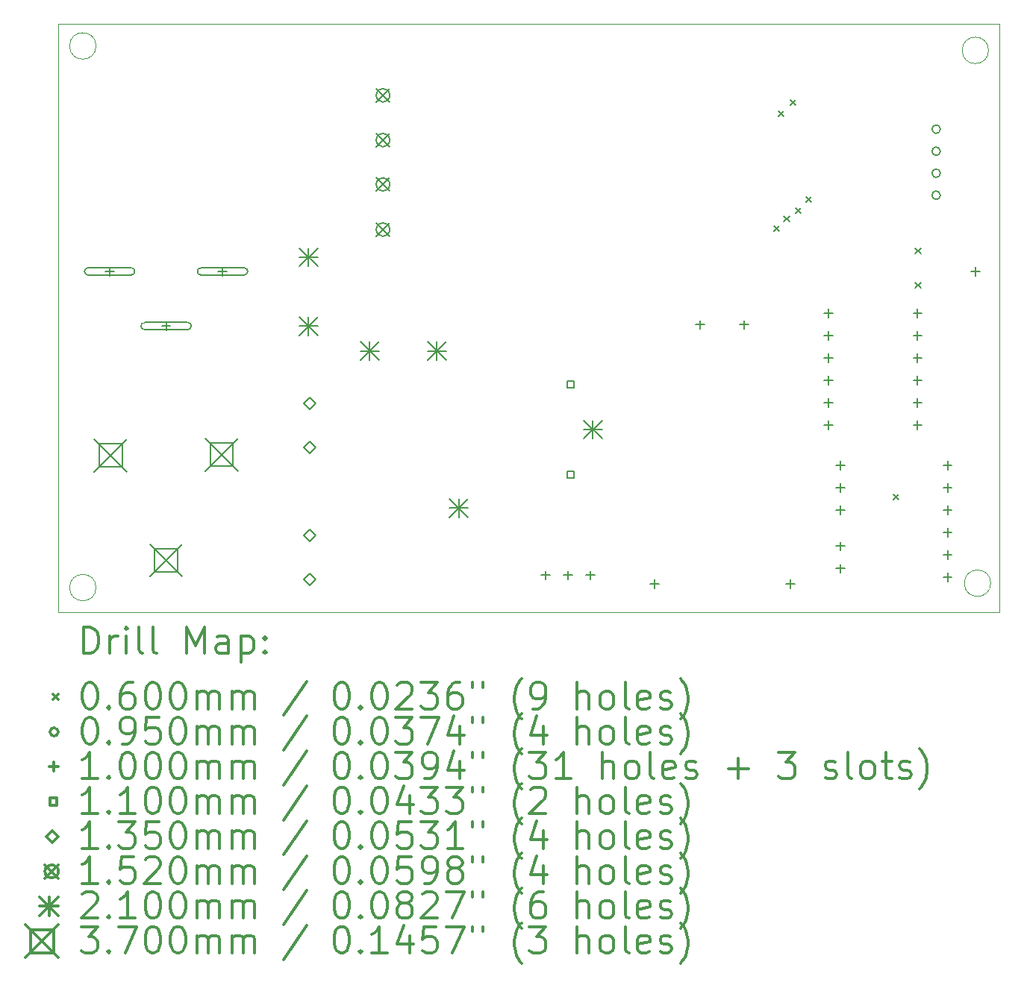
<source format=gbr>
%FSLAX45Y45*%
G04 Gerber Fmt 4.5, Leading zero omitted, Abs format (unit mm)*
G04 Created by KiCad (PCBNEW (5.1.12)-1) date 2022-05-31 10:15:43*
%MOMM*%
%LPD*%
G01*
G04 APERTURE LIST*
%TA.AperFunction,Profile*%
%ADD10C,0.050000*%
%TD*%
%ADD11C,0.200000*%
%ADD12C,0.300000*%
G04 APERTURE END LIST*
D10*
X58025000Y97900000D02*
G75*
G03*
X58025000Y97900000I-150000J0D01*
G01*
X68150000Y97850000D02*
G75*
G03*
X68150000Y97850000I-150000J0D01*
G01*
X68175000Y91800000D02*
G75*
G03*
X68175000Y91800000I-150000J0D01*
G01*
X58025000Y91750000D02*
G75*
G03*
X58025000Y91750000I-150000J0D01*
G01*
X68275000Y91470000D02*
X68275000Y98150000D01*
X57600000Y91470000D02*
X68275000Y91470000D01*
X57600000Y91470000D02*
X57600000Y98150000D01*
X57600000Y98150000D02*
X68275000Y98150000D01*
D11*
X65713500Y95854000D02*
X65773500Y95794000D01*
X65773500Y95854000D02*
X65713500Y95794000D01*
X65770000Y97160000D02*
X65830000Y97100000D01*
X65830000Y97160000D02*
X65770000Y97100000D01*
X65830000Y95970000D02*
X65890000Y95910000D01*
X65890000Y95970000D02*
X65830000Y95910000D01*
X65905000Y97290000D02*
X65965000Y97230000D01*
X65965000Y97290000D02*
X65905000Y97230000D01*
X65960000Y96060000D02*
X66020000Y96000000D01*
X66020000Y96060000D02*
X65960000Y96000000D01*
X66080000Y96190000D02*
X66140000Y96130000D01*
X66140000Y96190000D02*
X66080000Y96130000D01*
X67070000Y92805000D02*
X67130000Y92745000D01*
X67130000Y92805000D02*
X67070000Y92745000D01*
X67320000Y95600000D02*
X67380000Y95540000D01*
X67380000Y95600000D02*
X67320000Y95540000D01*
X67320000Y95215000D02*
X67380000Y95155000D01*
X67380000Y95215000D02*
X67320000Y95155000D01*
X67602500Y96955000D02*
G75*
G03*
X67602500Y96955000I-47500J0D01*
G01*
X67602500Y96705000D02*
G75*
G03*
X67602500Y96705000I-47500J0D01*
G01*
X67602500Y96455000D02*
G75*
G03*
X67602500Y96455000I-47500J0D01*
G01*
X67602500Y96205000D02*
G75*
G03*
X67602500Y96205000I-47500J0D01*
G01*
X58180000Y95390000D02*
X58180000Y95290000D01*
X58130000Y95340000D02*
X58230000Y95340000D01*
X57935000Y95300000D02*
X58425000Y95300000D01*
X57935000Y95380000D02*
X58425000Y95380000D01*
X58425000Y95300000D02*
G75*
G03*
X58425000Y95380000I0J40000D01*
G01*
X57935000Y95380000D02*
G75*
G03*
X57935000Y95300000I0J-40000D01*
G01*
X58820000Y94770000D02*
X58820000Y94670000D01*
X58770000Y94720000D02*
X58870000Y94720000D01*
X58575000Y94680000D02*
X59065000Y94680000D01*
X58575000Y94760000D02*
X59065000Y94760000D01*
X59065000Y94680000D02*
G75*
G03*
X59065000Y94760000I0J40000D01*
G01*
X58575000Y94760000D02*
G75*
G03*
X58575000Y94680000I0J-40000D01*
G01*
X59460000Y95390000D02*
X59460000Y95290000D01*
X59410000Y95340000D02*
X59510000Y95340000D01*
X59215000Y95300000D02*
X59705000Y95300000D01*
X59215000Y95380000D02*
X59705000Y95380000D01*
X59705000Y95300000D02*
G75*
G03*
X59705000Y95380000I0J40000D01*
G01*
X59215000Y95380000D02*
G75*
G03*
X59215000Y95300000I0J-40000D01*
G01*
X63125000Y91940000D02*
X63125000Y91840000D01*
X63075000Y91890000D02*
X63175000Y91890000D01*
X63379000Y91940000D02*
X63379000Y91840000D01*
X63329000Y91890000D02*
X63429000Y91890000D01*
X63633000Y91940000D02*
X63633000Y91840000D01*
X63583000Y91890000D02*
X63683000Y91890000D01*
X64360000Y91845000D02*
X64360000Y91745000D01*
X64310000Y91795000D02*
X64410000Y91795000D01*
X64880000Y94785000D02*
X64880000Y94685000D01*
X64830000Y94735000D02*
X64930000Y94735000D01*
X65380000Y94785000D02*
X65380000Y94685000D01*
X65330000Y94735000D02*
X65430000Y94735000D01*
X65900000Y91845000D02*
X65900000Y91745000D01*
X65850000Y91795000D02*
X65950000Y91795000D01*
X66335000Y94915000D02*
X66335000Y94815000D01*
X66285000Y94865000D02*
X66385000Y94865000D01*
X66335000Y94661000D02*
X66335000Y94561000D01*
X66285000Y94611000D02*
X66385000Y94611000D01*
X66335000Y94407000D02*
X66335000Y94307000D01*
X66285000Y94357000D02*
X66385000Y94357000D01*
X66335000Y94153000D02*
X66335000Y94053000D01*
X66285000Y94103000D02*
X66385000Y94103000D01*
X66335000Y93899000D02*
X66335000Y93799000D01*
X66285000Y93849000D02*
X66385000Y93849000D01*
X66335000Y93645000D02*
X66335000Y93545000D01*
X66285000Y93595000D02*
X66385000Y93595000D01*
X66470000Y93188000D02*
X66470000Y93088000D01*
X66420000Y93138000D02*
X66520000Y93138000D01*
X66470000Y92934000D02*
X66470000Y92834000D01*
X66420000Y92884000D02*
X66520000Y92884000D01*
X66470000Y92680000D02*
X66470000Y92580000D01*
X66420000Y92630000D02*
X66520000Y92630000D01*
X66470000Y92270000D02*
X66470000Y92170000D01*
X66420000Y92220000D02*
X66520000Y92220000D01*
X66470000Y92016000D02*
X66470000Y91916000D01*
X66420000Y91966000D02*
X66520000Y91966000D01*
X67345000Y94915000D02*
X67345000Y94815000D01*
X67295000Y94865000D02*
X67395000Y94865000D01*
X67345000Y94661000D02*
X67345000Y94561000D01*
X67295000Y94611000D02*
X67395000Y94611000D01*
X67345000Y94407000D02*
X67345000Y94307000D01*
X67295000Y94357000D02*
X67395000Y94357000D01*
X67345000Y94153000D02*
X67345000Y94053000D01*
X67295000Y94103000D02*
X67395000Y94103000D01*
X67345000Y93899000D02*
X67345000Y93799000D01*
X67295000Y93849000D02*
X67395000Y93849000D01*
X67345000Y93645000D02*
X67345000Y93545000D01*
X67295000Y93595000D02*
X67395000Y93595000D01*
X67685000Y93190000D02*
X67685000Y93090000D01*
X67635000Y93140000D02*
X67735000Y93140000D01*
X67685000Y92936000D02*
X67685000Y92836000D01*
X67635000Y92886000D02*
X67735000Y92886000D01*
X67685000Y92682000D02*
X67685000Y92582000D01*
X67635000Y92632000D02*
X67735000Y92632000D01*
X67685000Y92428000D02*
X67685000Y92328000D01*
X67635000Y92378000D02*
X67735000Y92378000D01*
X67685000Y92174000D02*
X67685000Y92074000D01*
X67635000Y92124000D02*
X67735000Y92124000D01*
X67685000Y91920000D02*
X67685000Y91820000D01*
X67635000Y91870000D02*
X67735000Y91870000D01*
X68000000Y95390000D02*
X68000000Y95290000D01*
X67950000Y95340000D02*
X68050000Y95340000D01*
X63448891Y94016109D02*
X63448891Y94093891D01*
X63371109Y94093891D01*
X63371109Y94016109D01*
X63448891Y94016109D01*
X63448891Y92996109D02*
X63448891Y93073891D01*
X63371109Y93073891D01*
X63371109Y92996109D01*
X63448891Y92996109D01*
X60450000Y93777500D02*
X60517500Y93845000D01*
X60450000Y93912500D01*
X60382500Y93845000D01*
X60450000Y93777500D01*
X60450000Y93277500D02*
X60517500Y93345000D01*
X60450000Y93412500D01*
X60382500Y93345000D01*
X60450000Y93277500D01*
X60450000Y92277500D02*
X60517500Y92345000D01*
X60450000Y92412500D01*
X60382500Y92345000D01*
X60450000Y92277500D01*
X60450000Y91777500D02*
X60517500Y91845000D01*
X60450000Y91912500D01*
X60382500Y91845000D01*
X60450000Y91777500D01*
X61204000Y97416000D02*
X61356000Y97264000D01*
X61356000Y97416000D02*
X61204000Y97264000D01*
X61356000Y97340000D02*
G75*
G03*
X61356000Y97340000I-76000J0D01*
G01*
X61204000Y96908000D02*
X61356000Y96756000D01*
X61356000Y96908000D02*
X61204000Y96756000D01*
X61356000Y96832000D02*
G75*
G03*
X61356000Y96832000I-76000J0D01*
G01*
X61204000Y96404000D02*
X61356000Y96252000D01*
X61356000Y96404000D02*
X61204000Y96252000D01*
X61356000Y96328000D02*
G75*
G03*
X61356000Y96328000I-76000J0D01*
G01*
X61204000Y95892000D02*
X61356000Y95740000D01*
X61356000Y95892000D02*
X61204000Y95740000D01*
X61356000Y95816000D02*
G75*
G03*
X61356000Y95816000I-76000J0D01*
G01*
X60330000Y95605000D02*
X60540000Y95395000D01*
X60540000Y95605000D02*
X60330000Y95395000D01*
X60435000Y95605000D02*
X60435000Y95395000D01*
X60330000Y95500000D02*
X60540000Y95500000D01*
X60330000Y94825000D02*
X60540000Y94615000D01*
X60540000Y94825000D02*
X60330000Y94615000D01*
X60435000Y94825000D02*
X60435000Y94615000D01*
X60330000Y94720000D02*
X60540000Y94720000D01*
X61025000Y94540000D02*
X61235000Y94330000D01*
X61235000Y94540000D02*
X61025000Y94330000D01*
X61130000Y94540000D02*
X61130000Y94330000D01*
X61025000Y94435000D02*
X61235000Y94435000D01*
X61785000Y94540000D02*
X61995000Y94330000D01*
X61995000Y94540000D02*
X61785000Y94330000D01*
X61890000Y94540000D02*
X61890000Y94330000D01*
X61785000Y94435000D02*
X61995000Y94435000D01*
X62035000Y92760000D02*
X62245000Y92550000D01*
X62245000Y92760000D02*
X62035000Y92550000D01*
X62140000Y92760000D02*
X62140000Y92550000D01*
X62035000Y92655000D02*
X62245000Y92655000D01*
X63555000Y93650000D02*
X63765000Y93440000D01*
X63765000Y93650000D02*
X63555000Y93440000D01*
X63660000Y93650000D02*
X63660000Y93440000D01*
X63555000Y93545000D02*
X63765000Y93545000D01*
X58005000Y93435000D02*
X58375000Y93065000D01*
X58375000Y93435000D02*
X58005000Y93065000D01*
X58320816Y93119184D02*
X58320816Y93380816D01*
X58059184Y93380816D01*
X58059184Y93119184D01*
X58320816Y93119184D01*
X58635000Y92245000D02*
X59005000Y91875000D01*
X59005000Y92245000D02*
X58635000Y91875000D01*
X58950816Y91929184D02*
X58950816Y92190816D01*
X58689184Y92190816D01*
X58689184Y91929184D01*
X58950816Y91929184D01*
X59265000Y93445000D02*
X59635000Y93075000D01*
X59635000Y93445000D02*
X59265000Y93075000D01*
X59580816Y93129184D02*
X59580816Y93390816D01*
X59319184Y93390816D01*
X59319184Y93129184D01*
X59580816Y93129184D01*
D12*
X57883928Y91001786D02*
X57883928Y91301786D01*
X57955357Y91301786D01*
X57998214Y91287500D01*
X58026786Y91258928D01*
X58041071Y91230357D01*
X58055357Y91173214D01*
X58055357Y91130357D01*
X58041071Y91073214D01*
X58026786Y91044643D01*
X57998214Y91016071D01*
X57955357Y91001786D01*
X57883928Y91001786D01*
X58183928Y91001786D02*
X58183928Y91201786D01*
X58183928Y91144643D02*
X58198214Y91173214D01*
X58212500Y91187500D01*
X58241071Y91201786D01*
X58269643Y91201786D01*
X58369643Y91001786D02*
X58369643Y91201786D01*
X58369643Y91301786D02*
X58355357Y91287500D01*
X58369643Y91273214D01*
X58383928Y91287500D01*
X58369643Y91301786D01*
X58369643Y91273214D01*
X58555357Y91001786D02*
X58526786Y91016071D01*
X58512500Y91044643D01*
X58512500Y91301786D01*
X58712500Y91001786D02*
X58683928Y91016071D01*
X58669643Y91044643D01*
X58669643Y91301786D01*
X59055357Y91001786D02*
X59055357Y91301786D01*
X59155357Y91087500D01*
X59255357Y91301786D01*
X59255357Y91001786D01*
X59526786Y91001786D02*
X59526786Y91158928D01*
X59512500Y91187500D01*
X59483928Y91201786D01*
X59426786Y91201786D01*
X59398214Y91187500D01*
X59526786Y91016071D02*
X59498214Y91001786D01*
X59426786Y91001786D01*
X59398214Y91016071D01*
X59383928Y91044643D01*
X59383928Y91073214D01*
X59398214Y91101786D01*
X59426786Y91116071D01*
X59498214Y91116071D01*
X59526786Y91130357D01*
X59669643Y91201786D02*
X59669643Y90901786D01*
X59669643Y91187500D02*
X59698214Y91201786D01*
X59755357Y91201786D01*
X59783928Y91187500D01*
X59798214Y91173214D01*
X59812500Y91144643D01*
X59812500Y91058928D01*
X59798214Y91030357D01*
X59783928Y91016071D01*
X59755357Y91001786D01*
X59698214Y91001786D01*
X59669643Y91016071D01*
X59941071Y91030357D02*
X59955357Y91016071D01*
X59941071Y91001786D01*
X59926786Y91016071D01*
X59941071Y91030357D01*
X59941071Y91001786D01*
X59941071Y91187500D02*
X59955357Y91173214D01*
X59941071Y91158928D01*
X59926786Y91173214D01*
X59941071Y91187500D01*
X59941071Y91158928D01*
X57537500Y90537500D02*
X57597500Y90477500D01*
X57597500Y90537500D02*
X57537500Y90477500D01*
X57941071Y90671786D02*
X57969643Y90671786D01*
X57998214Y90657500D01*
X58012500Y90643214D01*
X58026786Y90614643D01*
X58041071Y90557500D01*
X58041071Y90486071D01*
X58026786Y90428928D01*
X58012500Y90400357D01*
X57998214Y90386071D01*
X57969643Y90371786D01*
X57941071Y90371786D01*
X57912500Y90386071D01*
X57898214Y90400357D01*
X57883928Y90428928D01*
X57869643Y90486071D01*
X57869643Y90557500D01*
X57883928Y90614643D01*
X57898214Y90643214D01*
X57912500Y90657500D01*
X57941071Y90671786D01*
X58169643Y90400357D02*
X58183928Y90386071D01*
X58169643Y90371786D01*
X58155357Y90386071D01*
X58169643Y90400357D01*
X58169643Y90371786D01*
X58441071Y90671786D02*
X58383928Y90671786D01*
X58355357Y90657500D01*
X58341071Y90643214D01*
X58312500Y90600357D01*
X58298214Y90543214D01*
X58298214Y90428928D01*
X58312500Y90400357D01*
X58326786Y90386071D01*
X58355357Y90371786D01*
X58412500Y90371786D01*
X58441071Y90386071D01*
X58455357Y90400357D01*
X58469643Y90428928D01*
X58469643Y90500357D01*
X58455357Y90528928D01*
X58441071Y90543214D01*
X58412500Y90557500D01*
X58355357Y90557500D01*
X58326786Y90543214D01*
X58312500Y90528928D01*
X58298214Y90500357D01*
X58655357Y90671786D02*
X58683928Y90671786D01*
X58712500Y90657500D01*
X58726786Y90643214D01*
X58741071Y90614643D01*
X58755357Y90557500D01*
X58755357Y90486071D01*
X58741071Y90428928D01*
X58726786Y90400357D01*
X58712500Y90386071D01*
X58683928Y90371786D01*
X58655357Y90371786D01*
X58626786Y90386071D01*
X58612500Y90400357D01*
X58598214Y90428928D01*
X58583928Y90486071D01*
X58583928Y90557500D01*
X58598214Y90614643D01*
X58612500Y90643214D01*
X58626786Y90657500D01*
X58655357Y90671786D01*
X58941071Y90671786D02*
X58969643Y90671786D01*
X58998214Y90657500D01*
X59012500Y90643214D01*
X59026786Y90614643D01*
X59041071Y90557500D01*
X59041071Y90486071D01*
X59026786Y90428928D01*
X59012500Y90400357D01*
X58998214Y90386071D01*
X58969643Y90371786D01*
X58941071Y90371786D01*
X58912500Y90386071D01*
X58898214Y90400357D01*
X58883928Y90428928D01*
X58869643Y90486071D01*
X58869643Y90557500D01*
X58883928Y90614643D01*
X58898214Y90643214D01*
X58912500Y90657500D01*
X58941071Y90671786D01*
X59169643Y90371786D02*
X59169643Y90571786D01*
X59169643Y90543214D02*
X59183928Y90557500D01*
X59212500Y90571786D01*
X59255357Y90571786D01*
X59283928Y90557500D01*
X59298214Y90528928D01*
X59298214Y90371786D01*
X59298214Y90528928D02*
X59312500Y90557500D01*
X59341071Y90571786D01*
X59383928Y90571786D01*
X59412500Y90557500D01*
X59426786Y90528928D01*
X59426786Y90371786D01*
X59569643Y90371786D02*
X59569643Y90571786D01*
X59569643Y90543214D02*
X59583928Y90557500D01*
X59612500Y90571786D01*
X59655357Y90571786D01*
X59683928Y90557500D01*
X59698214Y90528928D01*
X59698214Y90371786D01*
X59698214Y90528928D02*
X59712500Y90557500D01*
X59741071Y90571786D01*
X59783928Y90571786D01*
X59812500Y90557500D01*
X59826786Y90528928D01*
X59826786Y90371786D01*
X60412500Y90686071D02*
X60155357Y90300357D01*
X60798214Y90671786D02*
X60826786Y90671786D01*
X60855357Y90657500D01*
X60869643Y90643214D01*
X60883928Y90614643D01*
X60898214Y90557500D01*
X60898214Y90486071D01*
X60883928Y90428928D01*
X60869643Y90400357D01*
X60855357Y90386071D01*
X60826786Y90371786D01*
X60798214Y90371786D01*
X60769643Y90386071D01*
X60755357Y90400357D01*
X60741071Y90428928D01*
X60726786Y90486071D01*
X60726786Y90557500D01*
X60741071Y90614643D01*
X60755357Y90643214D01*
X60769643Y90657500D01*
X60798214Y90671786D01*
X61026786Y90400357D02*
X61041071Y90386071D01*
X61026786Y90371786D01*
X61012500Y90386071D01*
X61026786Y90400357D01*
X61026786Y90371786D01*
X61226786Y90671786D02*
X61255357Y90671786D01*
X61283928Y90657500D01*
X61298214Y90643214D01*
X61312500Y90614643D01*
X61326786Y90557500D01*
X61326786Y90486071D01*
X61312500Y90428928D01*
X61298214Y90400357D01*
X61283928Y90386071D01*
X61255357Y90371786D01*
X61226786Y90371786D01*
X61198214Y90386071D01*
X61183928Y90400357D01*
X61169643Y90428928D01*
X61155357Y90486071D01*
X61155357Y90557500D01*
X61169643Y90614643D01*
X61183928Y90643214D01*
X61198214Y90657500D01*
X61226786Y90671786D01*
X61441071Y90643214D02*
X61455357Y90657500D01*
X61483928Y90671786D01*
X61555357Y90671786D01*
X61583928Y90657500D01*
X61598214Y90643214D01*
X61612500Y90614643D01*
X61612500Y90586071D01*
X61598214Y90543214D01*
X61426786Y90371786D01*
X61612500Y90371786D01*
X61712500Y90671786D02*
X61898214Y90671786D01*
X61798214Y90557500D01*
X61841071Y90557500D01*
X61869643Y90543214D01*
X61883928Y90528928D01*
X61898214Y90500357D01*
X61898214Y90428928D01*
X61883928Y90400357D01*
X61869643Y90386071D01*
X61841071Y90371786D01*
X61755357Y90371786D01*
X61726786Y90386071D01*
X61712500Y90400357D01*
X62155357Y90671786D02*
X62098214Y90671786D01*
X62069643Y90657500D01*
X62055357Y90643214D01*
X62026786Y90600357D01*
X62012500Y90543214D01*
X62012500Y90428928D01*
X62026786Y90400357D01*
X62041071Y90386071D01*
X62069643Y90371786D01*
X62126786Y90371786D01*
X62155357Y90386071D01*
X62169643Y90400357D01*
X62183928Y90428928D01*
X62183928Y90500357D01*
X62169643Y90528928D01*
X62155357Y90543214D01*
X62126786Y90557500D01*
X62069643Y90557500D01*
X62041071Y90543214D01*
X62026786Y90528928D01*
X62012500Y90500357D01*
X62298214Y90671786D02*
X62298214Y90614643D01*
X62412500Y90671786D02*
X62412500Y90614643D01*
X62855357Y90257500D02*
X62841071Y90271786D01*
X62812500Y90314643D01*
X62798214Y90343214D01*
X62783928Y90386071D01*
X62769643Y90457500D01*
X62769643Y90514643D01*
X62783928Y90586071D01*
X62798214Y90628928D01*
X62812500Y90657500D01*
X62841071Y90700357D01*
X62855357Y90714643D01*
X62983928Y90371786D02*
X63041071Y90371786D01*
X63069643Y90386071D01*
X63083928Y90400357D01*
X63112500Y90443214D01*
X63126786Y90500357D01*
X63126786Y90614643D01*
X63112500Y90643214D01*
X63098214Y90657500D01*
X63069643Y90671786D01*
X63012500Y90671786D01*
X62983928Y90657500D01*
X62969643Y90643214D01*
X62955357Y90614643D01*
X62955357Y90543214D01*
X62969643Y90514643D01*
X62983928Y90500357D01*
X63012500Y90486071D01*
X63069643Y90486071D01*
X63098214Y90500357D01*
X63112500Y90514643D01*
X63126786Y90543214D01*
X63483928Y90371786D02*
X63483928Y90671786D01*
X63612500Y90371786D02*
X63612500Y90528928D01*
X63598214Y90557500D01*
X63569643Y90571786D01*
X63526786Y90571786D01*
X63498214Y90557500D01*
X63483928Y90543214D01*
X63798214Y90371786D02*
X63769643Y90386071D01*
X63755357Y90400357D01*
X63741071Y90428928D01*
X63741071Y90514643D01*
X63755357Y90543214D01*
X63769643Y90557500D01*
X63798214Y90571786D01*
X63841071Y90571786D01*
X63869643Y90557500D01*
X63883928Y90543214D01*
X63898214Y90514643D01*
X63898214Y90428928D01*
X63883928Y90400357D01*
X63869643Y90386071D01*
X63841071Y90371786D01*
X63798214Y90371786D01*
X64069643Y90371786D02*
X64041071Y90386071D01*
X64026786Y90414643D01*
X64026786Y90671786D01*
X64298214Y90386071D02*
X64269643Y90371786D01*
X64212500Y90371786D01*
X64183928Y90386071D01*
X64169643Y90414643D01*
X64169643Y90528928D01*
X64183928Y90557500D01*
X64212500Y90571786D01*
X64269643Y90571786D01*
X64298214Y90557500D01*
X64312500Y90528928D01*
X64312500Y90500357D01*
X64169643Y90471786D01*
X64426786Y90386071D02*
X64455357Y90371786D01*
X64512500Y90371786D01*
X64541071Y90386071D01*
X64555357Y90414643D01*
X64555357Y90428928D01*
X64541071Y90457500D01*
X64512500Y90471786D01*
X64469643Y90471786D01*
X64441071Y90486071D01*
X64426786Y90514643D01*
X64426786Y90528928D01*
X64441071Y90557500D01*
X64469643Y90571786D01*
X64512500Y90571786D01*
X64541071Y90557500D01*
X64655357Y90257500D02*
X64669643Y90271786D01*
X64698214Y90314643D01*
X64712500Y90343214D01*
X64726786Y90386071D01*
X64741071Y90457500D01*
X64741071Y90514643D01*
X64726786Y90586071D01*
X64712500Y90628928D01*
X64698214Y90657500D01*
X64669643Y90700357D01*
X64655357Y90714643D01*
X57597500Y90111500D02*
G75*
G03*
X57597500Y90111500I-47500J0D01*
G01*
X57941071Y90275786D02*
X57969643Y90275786D01*
X57998214Y90261500D01*
X58012500Y90247214D01*
X58026786Y90218643D01*
X58041071Y90161500D01*
X58041071Y90090071D01*
X58026786Y90032928D01*
X58012500Y90004357D01*
X57998214Y89990071D01*
X57969643Y89975786D01*
X57941071Y89975786D01*
X57912500Y89990071D01*
X57898214Y90004357D01*
X57883928Y90032928D01*
X57869643Y90090071D01*
X57869643Y90161500D01*
X57883928Y90218643D01*
X57898214Y90247214D01*
X57912500Y90261500D01*
X57941071Y90275786D01*
X58169643Y90004357D02*
X58183928Y89990071D01*
X58169643Y89975786D01*
X58155357Y89990071D01*
X58169643Y90004357D01*
X58169643Y89975786D01*
X58326786Y89975786D02*
X58383928Y89975786D01*
X58412500Y89990071D01*
X58426786Y90004357D01*
X58455357Y90047214D01*
X58469643Y90104357D01*
X58469643Y90218643D01*
X58455357Y90247214D01*
X58441071Y90261500D01*
X58412500Y90275786D01*
X58355357Y90275786D01*
X58326786Y90261500D01*
X58312500Y90247214D01*
X58298214Y90218643D01*
X58298214Y90147214D01*
X58312500Y90118643D01*
X58326786Y90104357D01*
X58355357Y90090071D01*
X58412500Y90090071D01*
X58441071Y90104357D01*
X58455357Y90118643D01*
X58469643Y90147214D01*
X58741071Y90275786D02*
X58598214Y90275786D01*
X58583928Y90132928D01*
X58598214Y90147214D01*
X58626786Y90161500D01*
X58698214Y90161500D01*
X58726786Y90147214D01*
X58741071Y90132928D01*
X58755357Y90104357D01*
X58755357Y90032928D01*
X58741071Y90004357D01*
X58726786Y89990071D01*
X58698214Y89975786D01*
X58626786Y89975786D01*
X58598214Y89990071D01*
X58583928Y90004357D01*
X58941071Y90275786D02*
X58969643Y90275786D01*
X58998214Y90261500D01*
X59012500Y90247214D01*
X59026786Y90218643D01*
X59041071Y90161500D01*
X59041071Y90090071D01*
X59026786Y90032928D01*
X59012500Y90004357D01*
X58998214Y89990071D01*
X58969643Y89975786D01*
X58941071Y89975786D01*
X58912500Y89990071D01*
X58898214Y90004357D01*
X58883928Y90032928D01*
X58869643Y90090071D01*
X58869643Y90161500D01*
X58883928Y90218643D01*
X58898214Y90247214D01*
X58912500Y90261500D01*
X58941071Y90275786D01*
X59169643Y89975786D02*
X59169643Y90175786D01*
X59169643Y90147214D02*
X59183928Y90161500D01*
X59212500Y90175786D01*
X59255357Y90175786D01*
X59283928Y90161500D01*
X59298214Y90132928D01*
X59298214Y89975786D01*
X59298214Y90132928D02*
X59312500Y90161500D01*
X59341071Y90175786D01*
X59383928Y90175786D01*
X59412500Y90161500D01*
X59426786Y90132928D01*
X59426786Y89975786D01*
X59569643Y89975786D02*
X59569643Y90175786D01*
X59569643Y90147214D02*
X59583928Y90161500D01*
X59612500Y90175786D01*
X59655357Y90175786D01*
X59683928Y90161500D01*
X59698214Y90132928D01*
X59698214Y89975786D01*
X59698214Y90132928D02*
X59712500Y90161500D01*
X59741071Y90175786D01*
X59783928Y90175786D01*
X59812500Y90161500D01*
X59826786Y90132928D01*
X59826786Y89975786D01*
X60412500Y90290071D02*
X60155357Y89904357D01*
X60798214Y90275786D02*
X60826786Y90275786D01*
X60855357Y90261500D01*
X60869643Y90247214D01*
X60883928Y90218643D01*
X60898214Y90161500D01*
X60898214Y90090071D01*
X60883928Y90032928D01*
X60869643Y90004357D01*
X60855357Y89990071D01*
X60826786Y89975786D01*
X60798214Y89975786D01*
X60769643Y89990071D01*
X60755357Y90004357D01*
X60741071Y90032928D01*
X60726786Y90090071D01*
X60726786Y90161500D01*
X60741071Y90218643D01*
X60755357Y90247214D01*
X60769643Y90261500D01*
X60798214Y90275786D01*
X61026786Y90004357D02*
X61041071Y89990071D01*
X61026786Y89975786D01*
X61012500Y89990071D01*
X61026786Y90004357D01*
X61026786Y89975786D01*
X61226786Y90275786D02*
X61255357Y90275786D01*
X61283928Y90261500D01*
X61298214Y90247214D01*
X61312500Y90218643D01*
X61326786Y90161500D01*
X61326786Y90090071D01*
X61312500Y90032928D01*
X61298214Y90004357D01*
X61283928Y89990071D01*
X61255357Y89975786D01*
X61226786Y89975786D01*
X61198214Y89990071D01*
X61183928Y90004357D01*
X61169643Y90032928D01*
X61155357Y90090071D01*
X61155357Y90161500D01*
X61169643Y90218643D01*
X61183928Y90247214D01*
X61198214Y90261500D01*
X61226786Y90275786D01*
X61426786Y90275786D02*
X61612500Y90275786D01*
X61512500Y90161500D01*
X61555357Y90161500D01*
X61583928Y90147214D01*
X61598214Y90132928D01*
X61612500Y90104357D01*
X61612500Y90032928D01*
X61598214Y90004357D01*
X61583928Y89990071D01*
X61555357Y89975786D01*
X61469643Y89975786D01*
X61441071Y89990071D01*
X61426786Y90004357D01*
X61712500Y90275786D02*
X61912500Y90275786D01*
X61783928Y89975786D01*
X62155357Y90175786D02*
X62155357Y89975786D01*
X62083928Y90290071D02*
X62012500Y90075786D01*
X62198214Y90075786D01*
X62298214Y90275786D02*
X62298214Y90218643D01*
X62412500Y90275786D02*
X62412500Y90218643D01*
X62855357Y89861500D02*
X62841071Y89875786D01*
X62812500Y89918643D01*
X62798214Y89947214D01*
X62783928Y89990071D01*
X62769643Y90061500D01*
X62769643Y90118643D01*
X62783928Y90190071D01*
X62798214Y90232928D01*
X62812500Y90261500D01*
X62841071Y90304357D01*
X62855357Y90318643D01*
X63098214Y90175786D02*
X63098214Y89975786D01*
X63026786Y90290071D02*
X62955357Y90075786D01*
X63141071Y90075786D01*
X63483928Y89975786D02*
X63483928Y90275786D01*
X63612500Y89975786D02*
X63612500Y90132928D01*
X63598214Y90161500D01*
X63569643Y90175786D01*
X63526786Y90175786D01*
X63498214Y90161500D01*
X63483928Y90147214D01*
X63798214Y89975786D02*
X63769643Y89990071D01*
X63755357Y90004357D01*
X63741071Y90032928D01*
X63741071Y90118643D01*
X63755357Y90147214D01*
X63769643Y90161500D01*
X63798214Y90175786D01*
X63841071Y90175786D01*
X63869643Y90161500D01*
X63883928Y90147214D01*
X63898214Y90118643D01*
X63898214Y90032928D01*
X63883928Y90004357D01*
X63869643Y89990071D01*
X63841071Y89975786D01*
X63798214Y89975786D01*
X64069643Y89975786D02*
X64041071Y89990071D01*
X64026786Y90018643D01*
X64026786Y90275786D01*
X64298214Y89990071D02*
X64269643Y89975786D01*
X64212500Y89975786D01*
X64183928Y89990071D01*
X64169643Y90018643D01*
X64169643Y90132928D01*
X64183928Y90161500D01*
X64212500Y90175786D01*
X64269643Y90175786D01*
X64298214Y90161500D01*
X64312500Y90132928D01*
X64312500Y90104357D01*
X64169643Y90075786D01*
X64426786Y89990071D02*
X64455357Y89975786D01*
X64512500Y89975786D01*
X64541071Y89990071D01*
X64555357Y90018643D01*
X64555357Y90032928D01*
X64541071Y90061500D01*
X64512500Y90075786D01*
X64469643Y90075786D01*
X64441071Y90090071D01*
X64426786Y90118643D01*
X64426786Y90132928D01*
X64441071Y90161500D01*
X64469643Y90175786D01*
X64512500Y90175786D01*
X64541071Y90161500D01*
X64655357Y89861500D02*
X64669643Y89875786D01*
X64698214Y89918643D01*
X64712500Y89947214D01*
X64726786Y89990071D01*
X64741071Y90061500D01*
X64741071Y90118643D01*
X64726786Y90190071D01*
X64712500Y90232928D01*
X64698214Y90261500D01*
X64669643Y90304357D01*
X64655357Y90318643D01*
X57547500Y89765500D02*
X57547500Y89665500D01*
X57497500Y89715500D02*
X57597500Y89715500D01*
X58041071Y89579786D02*
X57869643Y89579786D01*
X57955357Y89579786D02*
X57955357Y89879786D01*
X57926786Y89836928D01*
X57898214Y89808357D01*
X57869643Y89794071D01*
X58169643Y89608357D02*
X58183928Y89594071D01*
X58169643Y89579786D01*
X58155357Y89594071D01*
X58169643Y89608357D01*
X58169643Y89579786D01*
X58369643Y89879786D02*
X58398214Y89879786D01*
X58426786Y89865500D01*
X58441071Y89851214D01*
X58455357Y89822643D01*
X58469643Y89765500D01*
X58469643Y89694071D01*
X58455357Y89636928D01*
X58441071Y89608357D01*
X58426786Y89594071D01*
X58398214Y89579786D01*
X58369643Y89579786D01*
X58341071Y89594071D01*
X58326786Y89608357D01*
X58312500Y89636928D01*
X58298214Y89694071D01*
X58298214Y89765500D01*
X58312500Y89822643D01*
X58326786Y89851214D01*
X58341071Y89865500D01*
X58369643Y89879786D01*
X58655357Y89879786D02*
X58683928Y89879786D01*
X58712500Y89865500D01*
X58726786Y89851214D01*
X58741071Y89822643D01*
X58755357Y89765500D01*
X58755357Y89694071D01*
X58741071Y89636928D01*
X58726786Y89608357D01*
X58712500Y89594071D01*
X58683928Y89579786D01*
X58655357Y89579786D01*
X58626786Y89594071D01*
X58612500Y89608357D01*
X58598214Y89636928D01*
X58583928Y89694071D01*
X58583928Y89765500D01*
X58598214Y89822643D01*
X58612500Y89851214D01*
X58626786Y89865500D01*
X58655357Y89879786D01*
X58941071Y89879786D02*
X58969643Y89879786D01*
X58998214Y89865500D01*
X59012500Y89851214D01*
X59026786Y89822643D01*
X59041071Y89765500D01*
X59041071Y89694071D01*
X59026786Y89636928D01*
X59012500Y89608357D01*
X58998214Y89594071D01*
X58969643Y89579786D01*
X58941071Y89579786D01*
X58912500Y89594071D01*
X58898214Y89608357D01*
X58883928Y89636928D01*
X58869643Y89694071D01*
X58869643Y89765500D01*
X58883928Y89822643D01*
X58898214Y89851214D01*
X58912500Y89865500D01*
X58941071Y89879786D01*
X59169643Y89579786D02*
X59169643Y89779786D01*
X59169643Y89751214D02*
X59183928Y89765500D01*
X59212500Y89779786D01*
X59255357Y89779786D01*
X59283928Y89765500D01*
X59298214Y89736928D01*
X59298214Y89579786D01*
X59298214Y89736928D02*
X59312500Y89765500D01*
X59341071Y89779786D01*
X59383928Y89779786D01*
X59412500Y89765500D01*
X59426786Y89736928D01*
X59426786Y89579786D01*
X59569643Y89579786D02*
X59569643Y89779786D01*
X59569643Y89751214D02*
X59583928Y89765500D01*
X59612500Y89779786D01*
X59655357Y89779786D01*
X59683928Y89765500D01*
X59698214Y89736928D01*
X59698214Y89579786D01*
X59698214Y89736928D02*
X59712500Y89765500D01*
X59741071Y89779786D01*
X59783928Y89779786D01*
X59812500Y89765500D01*
X59826786Y89736928D01*
X59826786Y89579786D01*
X60412500Y89894071D02*
X60155357Y89508357D01*
X60798214Y89879786D02*
X60826786Y89879786D01*
X60855357Y89865500D01*
X60869643Y89851214D01*
X60883928Y89822643D01*
X60898214Y89765500D01*
X60898214Y89694071D01*
X60883928Y89636928D01*
X60869643Y89608357D01*
X60855357Y89594071D01*
X60826786Y89579786D01*
X60798214Y89579786D01*
X60769643Y89594071D01*
X60755357Y89608357D01*
X60741071Y89636928D01*
X60726786Y89694071D01*
X60726786Y89765500D01*
X60741071Y89822643D01*
X60755357Y89851214D01*
X60769643Y89865500D01*
X60798214Y89879786D01*
X61026786Y89608357D02*
X61041071Y89594071D01*
X61026786Y89579786D01*
X61012500Y89594071D01*
X61026786Y89608357D01*
X61026786Y89579786D01*
X61226786Y89879786D02*
X61255357Y89879786D01*
X61283928Y89865500D01*
X61298214Y89851214D01*
X61312500Y89822643D01*
X61326786Y89765500D01*
X61326786Y89694071D01*
X61312500Y89636928D01*
X61298214Y89608357D01*
X61283928Y89594071D01*
X61255357Y89579786D01*
X61226786Y89579786D01*
X61198214Y89594071D01*
X61183928Y89608357D01*
X61169643Y89636928D01*
X61155357Y89694071D01*
X61155357Y89765500D01*
X61169643Y89822643D01*
X61183928Y89851214D01*
X61198214Y89865500D01*
X61226786Y89879786D01*
X61426786Y89879786D02*
X61612500Y89879786D01*
X61512500Y89765500D01*
X61555357Y89765500D01*
X61583928Y89751214D01*
X61598214Y89736928D01*
X61612500Y89708357D01*
X61612500Y89636928D01*
X61598214Y89608357D01*
X61583928Y89594071D01*
X61555357Y89579786D01*
X61469643Y89579786D01*
X61441071Y89594071D01*
X61426786Y89608357D01*
X61755357Y89579786D02*
X61812500Y89579786D01*
X61841071Y89594071D01*
X61855357Y89608357D01*
X61883928Y89651214D01*
X61898214Y89708357D01*
X61898214Y89822643D01*
X61883928Y89851214D01*
X61869643Y89865500D01*
X61841071Y89879786D01*
X61783928Y89879786D01*
X61755357Y89865500D01*
X61741071Y89851214D01*
X61726786Y89822643D01*
X61726786Y89751214D01*
X61741071Y89722643D01*
X61755357Y89708357D01*
X61783928Y89694071D01*
X61841071Y89694071D01*
X61869643Y89708357D01*
X61883928Y89722643D01*
X61898214Y89751214D01*
X62155357Y89779786D02*
X62155357Y89579786D01*
X62083928Y89894071D02*
X62012500Y89679786D01*
X62198214Y89679786D01*
X62298214Y89879786D02*
X62298214Y89822643D01*
X62412500Y89879786D02*
X62412500Y89822643D01*
X62855357Y89465500D02*
X62841071Y89479786D01*
X62812500Y89522643D01*
X62798214Y89551214D01*
X62783928Y89594071D01*
X62769643Y89665500D01*
X62769643Y89722643D01*
X62783928Y89794071D01*
X62798214Y89836928D01*
X62812500Y89865500D01*
X62841071Y89908357D01*
X62855357Y89922643D01*
X62941071Y89879786D02*
X63126786Y89879786D01*
X63026786Y89765500D01*
X63069643Y89765500D01*
X63098214Y89751214D01*
X63112500Y89736928D01*
X63126786Y89708357D01*
X63126786Y89636928D01*
X63112500Y89608357D01*
X63098214Y89594071D01*
X63069643Y89579786D01*
X62983928Y89579786D01*
X62955357Y89594071D01*
X62941071Y89608357D01*
X63412500Y89579786D02*
X63241071Y89579786D01*
X63326786Y89579786D02*
X63326786Y89879786D01*
X63298214Y89836928D01*
X63269643Y89808357D01*
X63241071Y89794071D01*
X63769643Y89579786D02*
X63769643Y89879786D01*
X63898214Y89579786D02*
X63898214Y89736928D01*
X63883928Y89765500D01*
X63855357Y89779786D01*
X63812500Y89779786D01*
X63783928Y89765500D01*
X63769643Y89751214D01*
X64083928Y89579786D02*
X64055357Y89594071D01*
X64041071Y89608357D01*
X64026786Y89636928D01*
X64026786Y89722643D01*
X64041071Y89751214D01*
X64055357Y89765500D01*
X64083928Y89779786D01*
X64126786Y89779786D01*
X64155357Y89765500D01*
X64169643Y89751214D01*
X64183928Y89722643D01*
X64183928Y89636928D01*
X64169643Y89608357D01*
X64155357Y89594071D01*
X64126786Y89579786D01*
X64083928Y89579786D01*
X64355357Y89579786D02*
X64326786Y89594071D01*
X64312500Y89622643D01*
X64312500Y89879786D01*
X64583928Y89594071D02*
X64555357Y89579786D01*
X64498214Y89579786D01*
X64469643Y89594071D01*
X64455357Y89622643D01*
X64455357Y89736928D01*
X64469643Y89765500D01*
X64498214Y89779786D01*
X64555357Y89779786D01*
X64583928Y89765500D01*
X64598214Y89736928D01*
X64598214Y89708357D01*
X64455357Y89679786D01*
X64712500Y89594071D02*
X64741071Y89579786D01*
X64798214Y89579786D01*
X64826786Y89594071D01*
X64841071Y89622643D01*
X64841071Y89636928D01*
X64826786Y89665500D01*
X64798214Y89679786D01*
X64755357Y89679786D01*
X64726786Y89694071D01*
X64712500Y89722643D01*
X64712500Y89736928D01*
X64726786Y89765500D01*
X64755357Y89779786D01*
X64798214Y89779786D01*
X64826786Y89765500D01*
X65198214Y89694071D02*
X65426786Y89694071D01*
X65312500Y89579786D02*
X65312500Y89808357D01*
X65769643Y89879786D02*
X65955357Y89879786D01*
X65855357Y89765500D01*
X65898214Y89765500D01*
X65926786Y89751214D01*
X65941071Y89736928D01*
X65955357Y89708357D01*
X65955357Y89636928D01*
X65941071Y89608357D01*
X65926786Y89594071D01*
X65898214Y89579786D01*
X65812500Y89579786D01*
X65783928Y89594071D01*
X65769643Y89608357D01*
X66298214Y89594071D02*
X66326786Y89579786D01*
X66383928Y89579786D01*
X66412500Y89594071D01*
X66426786Y89622643D01*
X66426786Y89636928D01*
X66412500Y89665500D01*
X66383928Y89679786D01*
X66341071Y89679786D01*
X66312500Y89694071D01*
X66298214Y89722643D01*
X66298214Y89736928D01*
X66312500Y89765500D01*
X66341071Y89779786D01*
X66383928Y89779786D01*
X66412500Y89765500D01*
X66598214Y89579786D02*
X66569643Y89594071D01*
X66555357Y89622643D01*
X66555357Y89879786D01*
X66755357Y89579786D02*
X66726786Y89594071D01*
X66712500Y89608357D01*
X66698214Y89636928D01*
X66698214Y89722643D01*
X66712500Y89751214D01*
X66726786Y89765500D01*
X66755357Y89779786D01*
X66798214Y89779786D01*
X66826786Y89765500D01*
X66841071Y89751214D01*
X66855357Y89722643D01*
X66855357Y89636928D01*
X66841071Y89608357D01*
X66826786Y89594071D01*
X66798214Y89579786D01*
X66755357Y89579786D01*
X66941071Y89779786D02*
X67055357Y89779786D01*
X66983928Y89879786D02*
X66983928Y89622643D01*
X66998214Y89594071D01*
X67026786Y89579786D01*
X67055357Y89579786D01*
X67141071Y89594071D02*
X67169643Y89579786D01*
X67226786Y89579786D01*
X67255357Y89594071D01*
X67269643Y89622643D01*
X67269643Y89636928D01*
X67255357Y89665500D01*
X67226786Y89679786D01*
X67183928Y89679786D01*
X67155357Y89694071D01*
X67141071Y89722643D01*
X67141071Y89736928D01*
X67155357Y89765500D01*
X67183928Y89779786D01*
X67226786Y89779786D01*
X67255357Y89765500D01*
X67369643Y89465500D02*
X67383928Y89479786D01*
X67412500Y89522643D01*
X67426786Y89551214D01*
X67441071Y89594071D01*
X67455357Y89665500D01*
X67455357Y89722643D01*
X67441071Y89794071D01*
X67426786Y89836928D01*
X67412500Y89865500D01*
X67383928Y89908357D01*
X67369643Y89922643D01*
X57581391Y89280609D02*
X57581391Y89358391D01*
X57503609Y89358391D01*
X57503609Y89280609D01*
X57581391Y89280609D01*
X58041071Y89183786D02*
X57869643Y89183786D01*
X57955357Y89183786D02*
X57955357Y89483786D01*
X57926786Y89440928D01*
X57898214Y89412357D01*
X57869643Y89398071D01*
X58169643Y89212357D02*
X58183928Y89198071D01*
X58169643Y89183786D01*
X58155357Y89198071D01*
X58169643Y89212357D01*
X58169643Y89183786D01*
X58469643Y89183786D02*
X58298214Y89183786D01*
X58383928Y89183786D02*
X58383928Y89483786D01*
X58355357Y89440928D01*
X58326786Y89412357D01*
X58298214Y89398071D01*
X58655357Y89483786D02*
X58683928Y89483786D01*
X58712500Y89469500D01*
X58726786Y89455214D01*
X58741071Y89426643D01*
X58755357Y89369500D01*
X58755357Y89298071D01*
X58741071Y89240928D01*
X58726786Y89212357D01*
X58712500Y89198071D01*
X58683928Y89183786D01*
X58655357Y89183786D01*
X58626786Y89198071D01*
X58612500Y89212357D01*
X58598214Y89240928D01*
X58583928Y89298071D01*
X58583928Y89369500D01*
X58598214Y89426643D01*
X58612500Y89455214D01*
X58626786Y89469500D01*
X58655357Y89483786D01*
X58941071Y89483786D02*
X58969643Y89483786D01*
X58998214Y89469500D01*
X59012500Y89455214D01*
X59026786Y89426643D01*
X59041071Y89369500D01*
X59041071Y89298071D01*
X59026786Y89240928D01*
X59012500Y89212357D01*
X58998214Y89198071D01*
X58969643Y89183786D01*
X58941071Y89183786D01*
X58912500Y89198071D01*
X58898214Y89212357D01*
X58883928Y89240928D01*
X58869643Y89298071D01*
X58869643Y89369500D01*
X58883928Y89426643D01*
X58898214Y89455214D01*
X58912500Y89469500D01*
X58941071Y89483786D01*
X59169643Y89183786D02*
X59169643Y89383786D01*
X59169643Y89355214D02*
X59183928Y89369500D01*
X59212500Y89383786D01*
X59255357Y89383786D01*
X59283928Y89369500D01*
X59298214Y89340928D01*
X59298214Y89183786D01*
X59298214Y89340928D02*
X59312500Y89369500D01*
X59341071Y89383786D01*
X59383928Y89383786D01*
X59412500Y89369500D01*
X59426786Y89340928D01*
X59426786Y89183786D01*
X59569643Y89183786D02*
X59569643Y89383786D01*
X59569643Y89355214D02*
X59583928Y89369500D01*
X59612500Y89383786D01*
X59655357Y89383786D01*
X59683928Y89369500D01*
X59698214Y89340928D01*
X59698214Y89183786D01*
X59698214Y89340928D02*
X59712500Y89369500D01*
X59741071Y89383786D01*
X59783928Y89383786D01*
X59812500Y89369500D01*
X59826786Y89340928D01*
X59826786Y89183786D01*
X60412500Y89498071D02*
X60155357Y89112357D01*
X60798214Y89483786D02*
X60826786Y89483786D01*
X60855357Y89469500D01*
X60869643Y89455214D01*
X60883928Y89426643D01*
X60898214Y89369500D01*
X60898214Y89298071D01*
X60883928Y89240928D01*
X60869643Y89212357D01*
X60855357Y89198071D01*
X60826786Y89183786D01*
X60798214Y89183786D01*
X60769643Y89198071D01*
X60755357Y89212357D01*
X60741071Y89240928D01*
X60726786Y89298071D01*
X60726786Y89369500D01*
X60741071Y89426643D01*
X60755357Y89455214D01*
X60769643Y89469500D01*
X60798214Y89483786D01*
X61026786Y89212357D02*
X61041071Y89198071D01*
X61026786Y89183786D01*
X61012500Y89198071D01*
X61026786Y89212357D01*
X61026786Y89183786D01*
X61226786Y89483786D02*
X61255357Y89483786D01*
X61283928Y89469500D01*
X61298214Y89455214D01*
X61312500Y89426643D01*
X61326786Y89369500D01*
X61326786Y89298071D01*
X61312500Y89240928D01*
X61298214Y89212357D01*
X61283928Y89198071D01*
X61255357Y89183786D01*
X61226786Y89183786D01*
X61198214Y89198071D01*
X61183928Y89212357D01*
X61169643Y89240928D01*
X61155357Y89298071D01*
X61155357Y89369500D01*
X61169643Y89426643D01*
X61183928Y89455214D01*
X61198214Y89469500D01*
X61226786Y89483786D01*
X61583928Y89383786D02*
X61583928Y89183786D01*
X61512500Y89498071D02*
X61441071Y89283786D01*
X61626786Y89283786D01*
X61712500Y89483786D02*
X61898214Y89483786D01*
X61798214Y89369500D01*
X61841071Y89369500D01*
X61869643Y89355214D01*
X61883928Y89340928D01*
X61898214Y89312357D01*
X61898214Y89240928D01*
X61883928Y89212357D01*
X61869643Y89198071D01*
X61841071Y89183786D01*
X61755357Y89183786D01*
X61726786Y89198071D01*
X61712500Y89212357D01*
X61998214Y89483786D02*
X62183928Y89483786D01*
X62083928Y89369500D01*
X62126786Y89369500D01*
X62155357Y89355214D01*
X62169643Y89340928D01*
X62183928Y89312357D01*
X62183928Y89240928D01*
X62169643Y89212357D01*
X62155357Y89198071D01*
X62126786Y89183786D01*
X62041071Y89183786D01*
X62012500Y89198071D01*
X61998214Y89212357D01*
X62298214Y89483786D02*
X62298214Y89426643D01*
X62412500Y89483786D02*
X62412500Y89426643D01*
X62855357Y89069500D02*
X62841071Y89083786D01*
X62812500Y89126643D01*
X62798214Y89155214D01*
X62783928Y89198071D01*
X62769643Y89269500D01*
X62769643Y89326643D01*
X62783928Y89398071D01*
X62798214Y89440928D01*
X62812500Y89469500D01*
X62841071Y89512357D01*
X62855357Y89526643D01*
X62955357Y89455214D02*
X62969643Y89469500D01*
X62998214Y89483786D01*
X63069643Y89483786D01*
X63098214Y89469500D01*
X63112500Y89455214D01*
X63126786Y89426643D01*
X63126786Y89398071D01*
X63112500Y89355214D01*
X62941071Y89183786D01*
X63126786Y89183786D01*
X63483928Y89183786D02*
X63483928Y89483786D01*
X63612500Y89183786D02*
X63612500Y89340928D01*
X63598214Y89369500D01*
X63569643Y89383786D01*
X63526786Y89383786D01*
X63498214Y89369500D01*
X63483928Y89355214D01*
X63798214Y89183786D02*
X63769643Y89198071D01*
X63755357Y89212357D01*
X63741071Y89240928D01*
X63741071Y89326643D01*
X63755357Y89355214D01*
X63769643Y89369500D01*
X63798214Y89383786D01*
X63841071Y89383786D01*
X63869643Y89369500D01*
X63883928Y89355214D01*
X63898214Y89326643D01*
X63898214Y89240928D01*
X63883928Y89212357D01*
X63869643Y89198071D01*
X63841071Y89183786D01*
X63798214Y89183786D01*
X64069643Y89183786D02*
X64041071Y89198071D01*
X64026786Y89226643D01*
X64026786Y89483786D01*
X64298214Y89198071D02*
X64269643Y89183786D01*
X64212500Y89183786D01*
X64183928Y89198071D01*
X64169643Y89226643D01*
X64169643Y89340928D01*
X64183928Y89369500D01*
X64212500Y89383786D01*
X64269643Y89383786D01*
X64298214Y89369500D01*
X64312500Y89340928D01*
X64312500Y89312357D01*
X64169643Y89283786D01*
X64426786Y89198071D02*
X64455357Y89183786D01*
X64512500Y89183786D01*
X64541071Y89198071D01*
X64555357Y89226643D01*
X64555357Y89240928D01*
X64541071Y89269500D01*
X64512500Y89283786D01*
X64469643Y89283786D01*
X64441071Y89298071D01*
X64426786Y89326643D01*
X64426786Y89340928D01*
X64441071Y89369500D01*
X64469643Y89383786D01*
X64512500Y89383786D01*
X64541071Y89369500D01*
X64655357Y89069500D02*
X64669643Y89083786D01*
X64698214Y89126643D01*
X64712500Y89155214D01*
X64726786Y89198071D01*
X64741071Y89269500D01*
X64741071Y89326643D01*
X64726786Y89398071D01*
X64712500Y89440928D01*
X64698214Y89469500D01*
X64669643Y89512357D01*
X64655357Y89526643D01*
X57530000Y88856000D02*
X57597500Y88923500D01*
X57530000Y88991000D01*
X57462500Y88923500D01*
X57530000Y88856000D01*
X58041071Y88787786D02*
X57869643Y88787786D01*
X57955357Y88787786D02*
X57955357Y89087786D01*
X57926786Y89044928D01*
X57898214Y89016357D01*
X57869643Y89002071D01*
X58169643Y88816357D02*
X58183928Y88802071D01*
X58169643Y88787786D01*
X58155357Y88802071D01*
X58169643Y88816357D01*
X58169643Y88787786D01*
X58283928Y89087786D02*
X58469643Y89087786D01*
X58369643Y88973500D01*
X58412500Y88973500D01*
X58441071Y88959214D01*
X58455357Y88944928D01*
X58469643Y88916357D01*
X58469643Y88844928D01*
X58455357Y88816357D01*
X58441071Y88802071D01*
X58412500Y88787786D01*
X58326786Y88787786D01*
X58298214Y88802071D01*
X58283928Y88816357D01*
X58741071Y89087786D02*
X58598214Y89087786D01*
X58583928Y88944928D01*
X58598214Y88959214D01*
X58626786Y88973500D01*
X58698214Y88973500D01*
X58726786Y88959214D01*
X58741071Y88944928D01*
X58755357Y88916357D01*
X58755357Y88844928D01*
X58741071Y88816357D01*
X58726786Y88802071D01*
X58698214Y88787786D01*
X58626786Y88787786D01*
X58598214Y88802071D01*
X58583928Y88816357D01*
X58941071Y89087786D02*
X58969643Y89087786D01*
X58998214Y89073500D01*
X59012500Y89059214D01*
X59026786Y89030643D01*
X59041071Y88973500D01*
X59041071Y88902071D01*
X59026786Y88844928D01*
X59012500Y88816357D01*
X58998214Y88802071D01*
X58969643Y88787786D01*
X58941071Y88787786D01*
X58912500Y88802071D01*
X58898214Y88816357D01*
X58883928Y88844928D01*
X58869643Y88902071D01*
X58869643Y88973500D01*
X58883928Y89030643D01*
X58898214Y89059214D01*
X58912500Y89073500D01*
X58941071Y89087786D01*
X59169643Y88787786D02*
X59169643Y88987786D01*
X59169643Y88959214D02*
X59183928Y88973500D01*
X59212500Y88987786D01*
X59255357Y88987786D01*
X59283928Y88973500D01*
X59298214Y88944928D01*
X59298214Y88787786D01*
X59298214Y88944928D02*
X59312500Y88973500D01*
X59341071Y88987786D01*
X59383928Y88987786D01*
X59412500Y88973500D01*
X59426786Y88944928D01*
X59426786Y88787786D01*
X59569643Y88787786D02*
X59569643Y88987786D01*
X59569643Y88959214D02*
X59583928Y88973500D01*
X59612500Y88987786D01*
X59655357Y88987786D01*
X59683928Y88973500D01*
X59698214Y88944928D01*
X59698214Y88787786D01*
X59698214Y88944928D02*
X59712500Y88973500D01*
X59741071Y88987786D01*
X59783928Y88987786D01*
X59812500Y88973500D01*
X59826786Y88944928D01*
X59826786Y88787786D01*
X60412500Y89102071D02*
X60155357Y88716357D01*
X60798214Y89087786D02*
X60826786Y89087786D01*
X60855357Y89073500D01*
X60869643Y89059214D01*
X60883928Y89030643D01*
X60898214Y88973500D01*
X60898214Y88902071D01*
X60883928Y88844928D01*
X60869643Y88816357D01*
X60855357Y88802071D01*
X60826786Y88787786D01*
X60798214Y88787786D01*
X60769643Y88802071D01*
X60755357Y88816357D01*
X60741071Y88844928D01*
X60726786Y88902071D01*
X60726786Y88973500D01*
X60741071Y89030643D01*
X60755357Y89059214D01*
X60769643Y89073500D01*
X60798214Y89087786D01*
X61026786Y88816357D02*
X61041071Y88802071D01*
X61026786Y88787786D01*
X61012500Y88802071D01*
X61026786Y88816357D01*
X61026786Y88787786D01*
X61226786Y89087786D02*
X61255357Y89087786D01*
X61283928Y89073500D01*
X61298214Y89059214D01*
X61312500Y89030643D01*
X61326786Y88973500D01*
X61326786Y88902071D01*
X61312500Y88844928D01*
X61298214Y88816357D01*
X61283928Y88802071D01*
X61255357Y88787786D01*
X61226786Y88787786D01*
X61198214Y88802071D01*
X61183928Y88816357D01*
X61169643Y88844928D01*
X61155357Y88902071D01*
X61155357Y88973500D01*
X61169643Y89030643D01*
X61183928Y89059214D01*
X61198214Y89073500D01*
X61226786Y89087786D01*
X61598214Y89087786D02*
X61455357Y89087786D01*
X61441071Y88944928D01*
X61455357Y88959214D01*
X61483928Y88973500D01*
X61555357Y88973500D01*
X61583928Y88959214D01*
X61598214Y88944928D01*
X61612500Y88916357D01*
X61612500Y88844928D01*
X61598214Y88816357D01*
X61583928Y88802071D01*
X61555357Y88787786D01*
X61483928Y88787786D01*
X61455357Y88802071D01*
X61441071Y88816357D01*
X61712500Y89087786D02*
X61898214Y89087786D01*
X61798214Y88973500D01*
X61841071Y88973500D01*
X61869643Y88959214D01*
X61883928Y88944928D01*
X61898214Y88916357D01*
X61898214Y88844928D01*
X61883928Y88816357D01*
X61869643Y88802071D01*
X61841071Y88787786D01*
X61755357Y88787786D01*
X61726786Y88802071D01*
X61712500Y88816357D01*
X62183928Y88787786D02*
X62012500Y88787786D01*
X62098214Y88787786D02*
X62098214Y89087786D01*
X62069643Y89044928D01*
X62041071Y89016357D01*
X62012500Y89002071D01*
X62298214Y89087786D02*
X62298214Y89030643D01*
X62412500Y89087786D02*
X62412500Y89030643D01*
X62855357Y88673500D02*
X62841071Y88687786D01*
X62812500Y88730643D01*
X62798214Y88759214D01*
X62783928Y88802071D01*
X62769643Y88873500D01*
X62769643Y88930643D01*
X62783928Y89002071D01*
X62798214Y89044928D01*
X62812500Y89073500D01*
X62841071Y89116357D01*
X62855357Y89130643D01*
X63098214Y88987786D02*
X63098214Y88787786D01*
X63026786Y89102071D02*
X62955357Y88887786D01*
X63141071Y88887786D01*
X63483928Y88787786D02*
X63483928Y89087786D01*
X63612500Y88787786D02*
X63612500Y88944928D01*
X63598214Y88973500D01*
X63569643Y88987786D01*
X63526786Y88987786D01*
X63498214Y88973500D01*
X63483928Y88959214D01*
X63798214Y88787786D02*
X63769643Y88802071D01*
X63755357Y88816357D01*
X63741071Y88844928D01*
X63741071Y88930643D01*
X63755357Y88959214D01*
X63769643Y88973500D01*
X63798214Y88987786D01*
X63841071Y88987786D01*
X63869643Y88973500D01*
X63883928Y88959214D01*
X63898214Y88930643D01*
X63898214Y88844928D01*
X63883928Y88816357D01*
X63869643Y88802071D01*
X63841071Y88787786D01*
X63798214Y88787786D01*
X64069643Y88787786D02*
X64041071Y88802071D01*
X64026786Y88830643D01*
X64026786Y89087786D01*
X64298214Y88802071D02*
X64269643Y88787786D01*
X64212500Y88787786D01*
X64183928Y88802071D01*
X64169643Y88830643D01*
X64169643Y88944928D01*
X64183928Y88973500D01*
X64212500Y88987786D01*
X64269643Y88987786D01*
X64298214Y88973500D01*
X64312500Y88944928D01*
X64312500Y88916357D01*
X64169643Y88887786D01*
X64426786Y88802071D02*
X64455357Y88787786D01*
X64512500Y88787786D01*
X64541071Y88802071D01*
X64555357Y88830643D01*
X64555357Y88844928D01*
X64541071Y88873500D01*
X64512500Y88887786D01*
X64469643Y88887786D01*
X64441071Y88902071D01*
X64426786Y88930643D01*
X64426786Y88944928D01*
X64441071Y88973500D01*
X64469643Y88987786D01*
X64512500Y88987786D01*
X64541071Y88973500D01*
X64655357Y88673500D02*
X64669643Y88687786D01*
X64698214Y88730643D01*
X64712500Y88759214D01*
X64726786Y88802071D01*
X64741071Y88873500D01*
X64741071Y88930643D01*
X64726786Y89002071D01*
X64712500Y89044928D01*
X64698214Y89073500D01*
X64669643Y89116357D01*
X64655357Y89130643D01*
X57445500Y88603500D02*
X57597500Y88451500D01*
X57597500Y88603500D02*
X57445500Y88451500D01*
X57597500Y88527500D02*
G75*
G03*
X57597500Y88527500I-76000J0D01*
G01*
X58041071Y88391786D02*
X57869643Y88391786D01*
X57955357Y88391786D02*
X57955357Y88691786D01*
X57926786Y88648928D01*
X57898214Y88620357D01*
X57869643Y88606071D01*
X58169643Y88420357D02*
X58183928Y88406071D01*
X58169643Y88391786D01*
X58155357Y88406071D01*
X58169643Y88420357D01*
X58169643Y88391786D01*
X58455357Y88691786D02*
X58312500Y88691786D01*
X58298214Y88548928D01*
X58312500Y88563214D01*
X58341071Y88577500D01*
X58412500Y88577500D01*
X58441071Y88563214D01*
X58455357Y88548928D01*
X58469643Y88520357D01*
X58469643Y88448928D01*
X58455357Y88420357D01*
X58441071Y88406071D01*
X58412500Y88391786D01*
X58341071Y88391786D01*
X58312500Y88406071D01*
X58298214Y88420357D01*
X58583928Y88663214D02*
X58598214Y88677500D01*
X58626786Y88691786D01*
X58698214Y88691786D01*
X58726786Y88677500D01*
X58741071Y88663214D01*
X58755357Y88634643D01*
X58755357Y88606071D01*
X58741071Y88563214D01*
X58569643Y88391786D01*
X58755357Y88391786D01*
X58941071Y88691786D02*
X58969643Y88691786D01*
X58998214Y88677500D01*
X59012500Y88663214D01*
X59026786Y88634643D01*
X59041071Y88577500D01*
X59041071Y88506071D01*
X59026786Y88448928D01*
X59012500Y88420357D01*
X58998214Y88406071D01*
X58969643Y88391786D01*
X58941071Y88391786D01*
X58912500Y88406071D01*
X58898214Y88420357D01*
X58883928Y88448928D01*
X58869643Y88506071D01*
X58869643Y88577500D01*
X58883928Y88634643D01*
X58898214Y88663214D01*
X58912500Y88677500D01*
X58941071Y88691786D01*
X59169643Y88391786D02*
X59169643Y88591786D01*
X59169643Y88563214D02*
X59183928Y88577500D01*
X59212500Y88591786D01*
X59255357Y88591786D01*
X59283928Y88577500D01*
X59298214Y88548928D01*
X59298214Y88391786D01*
X59298214Y88548928D02*
X59312500Y88577500D01*
X59341071Y88591786D01*
X59383928Y88591786D01*
X59412500Y88577500D01*
X59426786Y88548928D01*
X59426786Y88391786D01*
X59569643Y88391786D02*
X59569643Y88591786D01*
X59569643Y88563214D02*
X59583928Y88577500D01*
X59612500Y88591786D01*
X59655357Y88591786D01*
X59683928Y88577500D01*
X59698214Y88548928D01*
X59698214Y88391786D01*
X59698214Y88548928D02*
X59712500Y88577500D01*
X59741071Y88591786D01*
X59783928Y88591786D01*
X59812500Y88577500D01*
X59826786Y88548928D01*
X59826786Y88391786D01*
X60412500Y88706071D02*
X60155357Y88320357D01*
X60798214Y88691786D02*
X60826786Y88691786D01*
X60855357Y88677500D01*
X60869643Y88663214D01*
X60883928Y88634643D01*
X60898214Y88577500D01*
X60898214Y88506071D01*
X60883928Y88448928D01*
X60869643Y88420357D01*
X60855357Y88406071D01*
X60826786Y88391786D01*
X60798214Y88391786D01*
X60769643Y88406071D01*
X60755357Y88420357D01*
X60741071Y88448928D01*
X60726786Y88506071D01*
X60726786Y88577500D01*
X60741071Y88634643D01*
X60755357Y88663214D01*
X60769643Y88677500D01*
X60798214Y88691786D01*
X61026786Y88420357D02*
X61041071Y88406071D01*
X61026786Y88391786D01*
X61012500Y88406071D01*
X61026786Y88420357D01*
X61026786Y88391786D01*
X61226786Y88691786D02*
X61255357Y88691786D01*
X61283928Y88677500D01*
X61298214Y88663214D01*
X61312500Y88634643D01*
X61326786Y88577500D01*
X61326786Y88506071D01*
X61312500Y88448928D01*
X61298214Y88420357D01*
X61283928Y88406071D01*
X61255357Y88391786D01*
X61226786Y88391786D01*
X61198214Y88406071D01*
X61183928Y88420357D01*
X61169643Y88448928D01*
X61155357Y88506071D01*
X61155357Y88577500D01*
X61169643Y88634643D01*
X61183928Y88663214D01*
X61198214Y88677500D01*
X61226786Y88691786D01*
X61598214Y88691786D02*
X61455357Y88691786D01*
X61441071Y88548928D01*
X61455357Y88563214D01*
X61483928Y88577500D01*
X61555357Y88577500D01*
X61583928Y88563214D01*
X61598214Y88548928D01*
X61612500Y88520357D01*
X61612500Y88448928D01*
X61598214Y88420357D01*
X61583928Y88406071D01*
X61555357Y88391786D01*
X61483928Y88391786D01*
X61455357Y88406071D01*
X61441071Y88420357D01*
X61755357Y88391786D02*
X61812500Y88391786D01*
X61841071Y88406071D01*
X61855357Y88420357D01*
X61883928Y88463214D01*
X61898214Y88520357D01*
X61898214Y88634643D01*
X61883928Y88663214D01*
X61869643Y88677500D01*
X61841071Y88691786D01*
X61783928Y88691786D01*
X61755357Y88677500D01*
X61741071Y88663214D01*
X61726786Y88634643D01*
X61726786Y88563214D01*
X61741071Y88534643D01*
X61755357Y88520357D01*
X61783928Y88506071D01*
X61841071Y88506071D01*
X61869643Y88520357D01*
X61883928Y88534643D01*
X61898214Y88563214D01*
X62069643Y88563214D02*
X62041071Y88577500D01*
X62026786Y88591786D01*
X62012500Y88620357D01*
X62012500Y88634643D01*
X62026786Y88663214D01*
X62041071Y88677500D01*
X62069643Y88691786D01*
X62126786Y88691786D01*
X62155357Y88677500D01*
X62169643Y88663214D01*
X62183928Y88634643D01*
X62183928Y88620357D01*
X62169643Y88591786D01*
X62155357Y88577500D01*
X62126786Y88563214D01*
X62069643Y88563214D01*
X62041071Y88548928D01*
X62026786Y88534643D01*
X62012500Y88506071D01*
X62012500Y88448928D01*
X62026786Y88420357D01*
X62041071Y88406071D01*
X62069643Y88391786D01*
X62126786Y88391786D01*
X62155357Y88406071D01*
X62169643Y88420357D01*
X62183928Y88448928D01*
X62183928Y88506071D01*
X62169643Y88534643D01*
X62155357Y88548928D01*
X62126786Y88563214D01*
X62298214Y88691786D02*
X62298214Y88634643D01*
X62412500Y88691786D02*
X62412500Y88634643D01*
X62855357Y88277500D02*
X62841071Y88291786D01*
X62812500Y88334643D01*
X62798214Y88363214D01*
X62783928Y88406071D01*
X62769643Y88477500D01*
X62769643Y88534643D01*
X62783928Y88606071D01*
X62798214Y88648928D01*
X62812500Y88677500D01*
X62841071Y88720357D01*
X62855357Y88734643D01*
X63098214Y88591786D02*
X63098214Y88391786D01*
X63026786Y88706071D02*
X62955357Y88491786D01*
X63141071Y88491786D01*
X63483928Y88391786D02*
X63483928Y88691786D01*
X63612500Y88391786D02*
X63612500Y88548928D01*
X63598214Y88577500D01*
X63569643Y88591786D01*
X63526786Y88591786D01*
X63498214Y88577500D01*
X63483928Y88563214D01*
X63798214Y88391786D02*
X63769643Y88406071D01*
X63755357Y88420357D01*
X63741071Y88448928D01*
X63741071Y88534643D01*
X63755357Y88563214D01*
X63769643Y88577500D01*
X63798214Y88591786D01*
X63841071Y88591786D01*
X63869643Y88577500D01*
X63883928Y88563214D01*
X63898214Y88534643D01*
X63898214Y88448928D01*
X63883928Y88420357D01*
X63869643Y88406071D01*
X63841071Y88391786D01*
X63798214Y88391786D01*
X64069643Y88391786D02*
X64041071Y88406071D01*
X64026786Y88434643D01*
X64026786Y88691786D01*
X64298214Y88406071D02*
X64269643Y88391786D01*
X64212500Y88391786D01*
X64183928Y88406071D01*
X64169643Y88434643D01*
X64169643Y88548928D01*
X64183928Y88577500D01*
X64212500Y88591786D01*
X64269643Y88591786D01*
X64298214Y88577500D01*
X64312500Y88548928D01*
X64312500Y88520357D01*
X64169643Y88491786D01*
X64426786Y88406071D02*
X64455357Y88391786D01*
X64512500Y88391786D01*
X64541071Y88406071D01*
X64555357Y88434643D01*
X64555357Y88448928D01*
X64541071Y88477500D01*
X64512500Y88491786D01*
X64469643Y88491786D01*
X64441071Y88506071D01*
X64426786Y88534643D01*
X64426786Y88548928D01*
X64441071Y88577500D01*
X64469643Y88591786D01*
X64512500Y88591786D01*
X64541071Y88577500D01*
X64655357Y88277500D02*
X64669643Y88291786D01*
X64698214Y88334643D01*
X64712500Y88363214D01*
X64726786Y88406071D01*
X64741071Y88477500D01*
X64741071Y88534643D01*
X64726786Y88606071D01*
X64712500Y88648928D01*
X64698214Y88677500D01*
X64669643Y88720357D01*
X64655357Y88734643D01*
X57387500Y88236500D02*
X57597500Y88026500D01*
X57597500Y88236500D02*
X57387500Y88026500D01*
X57492500Y88236500D02*
X57492500Y88026500D01*
X57387500Y88131500D02*
X57597500Y88131500D01*
X57869643Y88267214D02*
X57883928Y88281500D01*
X57912500Y88295786D01*
X57983928Y88295786D01*
X58012500Y88281500D01*
X58026786Y88267214D01*
X58041071Y88238643D01*
X58041071Y88210071D01*
X58026786Y88167214D01*
X57855357Y87995786D01*
X58041071Y87995786D01*
X58169643Y88024357D02*
X58183928Y88010071D01*
X58169643Y87995786D01*
X58155357Y88010071D01*
X58169643Y88024357D01*
X58169643Y87995786D01*
X58469643Y87995786D02*
X58298214Y87995786D01*
X58383928Y87995786D02*
X58383928Y88295786D01*
X58355357Y88252928D01*
X58326786Y88224357D01*
X58298214Y88210071D01*
X58655357Y88295786D02*
X58683928Y88295786D01*
X58712500Y88281500D01*
X58726786Y88267214D01*
X58741071Y88238643D01*
X58755357Y88181500D01*
X58755357Y88110071D01*
X58741071Y88052928D01*
X58726786Y88024357D01*
X58712500Y88010071D01*
X58683928Y87995786D01*
X58655357Y87995786D01*
X58626786Y88010071D01*
X58612500Y88024357D01*
X58598214Y88052928D01*
X58583928Y88110071D01*
X58583928Y88181500D01*
X58598214Y88238643D01*
X58612500Y88267214D01*
X58626786Y88281500D01*
X58655357Y88295786D01*
X58941071Y88295786D02*
X58969643Y88295786D01*
X58998214Y88281500D01*
X59012500Y88267214D01*
X59026786Y88238643D01*
X59041071Y88181500D01*
X59041071Y88110071D01*
X59026786Y88052928D01*
X59012500Y88024357D01*
X58998214Y88010071D01*
X58969643Y87995786D01*
X58941071Y87995786D01*
X58912500Y88010071D01*
X58898214Y88024357D01*
X58883928Y88052928D01*
X58869643Y88110071D01*
X58869643Y88181500D01*
X58883928Y88238643D01*
X58898214Y88267214D01*
X58912500Y88281500D01*
X58941071Y88295786D01*
X59169643Y87995786D02*
X59169643Y88195786D01*
X59169643Y88167214D02*
X59183928Y88181500D01*
X59212500Y88195786D01*
X59255357Y88195786D01*
X59283928Y88181500D01*
X59298214Y88152928D01*
X59298214Y87995786D01*
X59298214Y88152928D02*
X59312500Y88181500D01*
X59341071Y88195786D01*
X59383928Y88195786D01*
X59412500Y88181500D01*
X59426786Y88152928D01*
X59426786Y87995786D01*
X59569643Y87995786D02*
X59569643Y88195786D01*
X59569643Y88167214D02*
X59583928Y88181500D01*
X59612500Y88195786D01*
X59655357Y88195786D01*
X59683928Y88181500D01*
X59698214Y88152928D01*
X59698214Y87995786D01*
X59698214Y88152928D02*
X59712500Y88181500D01*
X59741071Y88195786D01*
X59783928Y88195786D01*
X59812500Y88181500D01*
X59826786Y88152928D01*
X59826786Y87995786D01*
X60412500Y88310071D02*
X60155357Y87924357D01*
X60798214Y88295786D02*
X60826786Y88295786D01*
X60855357Y88281500D01*
X60869643Y88267214D01*
X60883928Y88238643D01*
X60898214Y88181500D01*
X60898214Y88110071D01*
X60883928Y88052928D01*
X60869643Y88024357D01*
X60855357Y88010071D01*
X60826786Y87995786D01*
X60798214Y87995786D01*
X60769643Y88010071D01*
X60755357Y88024357D01*
X60741071Y88052928D01*
X60726786Y88110071D01*
X60726786Y88181500D01*
X60741071Y88238643D01*
X60755357Y88267214D01*
X60769643Y88281500D01*
X60798214Y88295786D01*
X61026786Y88024357D02*
X61041071Y88010071D01*
X61026786Y87995786D01*
X61012500Y88010071D01*
X61026786Y88024357D01*
X61026786Y87995786D01*
X61226786Y88295786D02*
X61255357Y88295786D01*
X61283928Y88281500D01*
X61298214Y88267214D01*
X61312500Y88238643D01*
X61326786Y88181500D01*
X61326786Y88110071D01*
X61312500Y88052928D01*
X61298214Y88024357D01*
X61283928Y88010071D01*
X61255357Y87995786D01*
X61226786Y87995786D01*
X61198214Y88010071D01*
X61183928Y88024357D01*
X61169643Y88052928D01*
X61155357Y88110071D01*
X61155357Y88181500D01*
X61169643Y88238643D01*
X61183928Y88267214D01*
X61198214Y88281500D01*
X61226786Y88295786D01*
X61498214Y88167214D02*
X61469643Y88181500D01*
X61455357Y88195786D01*
X61441071Y88224357D01*
X61441071Y88238643D01*
X61455357Y88267214D01*
X61469643Y88281500D01*
X61498214Y88295786D01*
X61555357Y88295786D01*
X61583928Y88281500D01*
X61598214Y88267214D01*
X61612500Y88238643D01*
X61612500Y88224357D01*
X61598214Y88195786D01*
X61583928Y88181500D01*
X61555357Y88167214D01*
X61498214Y88167214D01*
X61469643Y88152928D01*
X61455357Y88138643D01*
X61441071Y88110071D01*
X61441071Y88052928D01*
X61455357Y88024357D01*
X61469643Y88010071D01*
X61498214Y87995786D01*
X61555357Y87995786D01*
X61583928Y88010071D01*
X61598214Y88024357D01*
X61612500Y88052928D01*
X61612500Y88110071D01*
X61598214Y88138643D01*
X61583928Y88152928D01*
X61555357Y88167214D01*
X61726786Y88267214D02*
X61741071Y88281500D01*
X61769643Y88295786D01*
X61841071Y88295786D01*
X61869643Y88281500D01*
X61883928Y88267214D01*
X61898214Y88238643D01*
X61898214Y88210071D01*
X61883928Y88167214D01*
X61712500Y87995786D01*
X61898214Y87995786D01*
X61998214Y88295786D02*
X62198214Y88295786D01*
X62069643Y87995786D01*
X62298214Y88295786D02*
X62298214Y88238643D01*
X62412500Y88295786D02*
X62412500Y88238643D01*
X62855357Y87881500D02*
X62841071Y87895786D01*
X62812500Y87938643D01*
X62798214Y87967214D01*
X62783928Y88010071D01*
X62769643Y88081500D01*
X62769643Y88138643D01*
X62783928Y88210071D01*
X62798214Y88252928D01*
X62812500Y88281500D01*
X62841071Y88324357D01*
X62855357Y88338643D01*
X63098214Y88295786D02*
X63041071Y88295786D01*
X63012500Y88281500D01*
X62998214Y88267214D01*
X62969643Y88224357D01*
X62955357Y88167214D01*
X62955357Y88052928D01*
X62969643Y88024357D01*
X62983928Y88010071D01*
X63012500Y87995786D01*
X63069643Y87995786D01*
X63098214Y88010071D01*
X63112500Y88024357D01*
X63126786Y88052928D01*
X63126786Y88124357D01*
X63112500Y88152928D01*
X63098214Y88167214D01*
X63069643Y88181500D01*
X63012500Y88181500D01*
X62983928Y88167214D01*
X62969643Y88152928D01*
X62955357Y88124357D01*
X63483928Y87995786D02*
X63483928Y88295786D01*
X63612500Y87995786D02*
X63612500Y88152928D01*
X63598214Y88181500D01*
X63569643Y88195786D01*
X63526786Y88195786D01*
X63498214Y88181500D01*
X63483928Y88167214D01*
X63798214Y87995786D02*
X63769643Y88010071D01*
X63755357Y88024357D01*
X63741071Y88052928D01*
X63741071Y88138643D01*
X63755357Y88167214D01*
X63769643Y88181500D01*
X63798214Y88195786D01*
X63841071Y88195786D01*
X63869643Y88181500D01*
X63883928Y88167214D01*
X63898214Y88138643D01*
X63898214Y88052928D01*
X63883928Y88024357D01*
X63869643Y88010071D01*
X63841071Y87995786D01*
X63798214Y87995786D01*
X64069643Y87995786D02*
X64041071Y88010071D01*
X64026786Y88038643D01*
X64026786Y88295786D01*
X64298214Y88010071D02*
X64269643Y87995786D01*
X64212500Y87995786D01*
X64183928Y88010071D01*
X64169643Y88038643D01*
X64169643Y88152928D01*
X64183928Y88181500D01*
X64212500Y88195786D01*
X64269643Y88195786D01*
X64298214Y88181500D01*
X64312500Y88152928D01*
X64312500Y88124357D01*
X64169643Y88095786D01*
X64426786Y88010071D02*
X64455357Y87995786D01*
X64512500Y87995786D01*
X64541071Y88010071D01*
X64555357Y88038643D01*
X64555357Y88052928D01*
X64541071Y88081500D01*
X64512500Y88095786D01*
X64469643Y88095786D01*
X64441071Y88110071D01*
X64426786Y88138643D01*
X64426786Y88152928D01*
X64441071Y88181500D01*
X64469643Y88195786D01*
X64512500Y88195786D01*
X64541071Y88181500D01*
X64655357Y87881500D02*
X64669643Y87895786D01*
X64698214Y87938643D01*
X64712500Y87967214D01*
X64726786Y88010071D01*
X64741071Y88081500D01*
X64741071Y88138643D01*
X64726786Y88210071D01*
X64712500Y88252928D01*
X64698214Y88281500D01*
X64669643Y88324357D01*
X64655357Y88338643D01*
X57227500Y87920500D02*
X57597500Y87550500D01*
X57597500Y87920500D02*
X57227500Y87550500D01*
X57543316Y87604684D02*
X57543316Y87866316D01*
X57281684Y87866316D01*
X57281684Y87604684D01*
X57543316Y87604684D01*
X57855357Y87899786D02*
X58041071Y87899786D01*
X57941071Y87785500D01*
X57983928Y87785500D01*
X58012500Y87771214D01*
X58026786Y87756928D01*
X58041071Y87728357D01*
X58041071Y87656928D01*
X58026786Y87628357D01*
X58012500Y87614071D01*
X57983928Y87599786D01*
X57898214Y87599786D01*
X57869643Y87614071D01*
X57855357Y87628357D01*
X58169643Y87628357D02*
X58183928Y87614071D01*
X58169643Y87599786D01*
X58155357Y87614071D01*
X58169643Y87628357D01*
X58169643Y87599786D01*
X58283928Y87899786D02*
X58483928Y87899786D01*
X58355357Y87599786D01*
X58655357Y87899786D02*
X58683928Y87899786D01*
X58712500Y87885500D01*
X58726786Y87871214D01*
X58741071Y87842643D01*
X58755357Y87785500D01*
X58755357Y87714071D01*
X58741071Y87656928D01*
X58726786Y87628357D01*
X58712500Y87614071D01*
X58683928Y87599786D01*
X58655357Y87599786D01*
X58626786Y87614071D01*
X58612500Y87628357D01*
X58598214Y87656928D01*
X58583928Y87714071D01*
X58583928Y87785500D01*
X58598214Y87842643D01*
X58612500Y87871214D01*
X58626786Y87885500D01*
X58655357Y87899786D01*
X58941071Y87899786D02*
X58969643Y87899786D01*
X58998214Y87885500D01*
X59012500Y87871214D01*
X59026786Y87842643D01*
X59041071Y87785500D01*
X59041071Y87714071D01*
X59026786Y87656928D01*
X59012500Y87628357D01*
X58998214Y87614071D01*
X58969643Y87599786D01*
X58941071Y87599786D01*
X58912500Y87614071D01*
X58898214Y87628357D01*
X58883928Y87656928D01*
X58869643Y87714071D01*
X58869643Y87785500D01*
X58883928Y87842643D01*
X58898214Y87871214D01*
X58912500Y87885500D01*
X58941071Y87899786D01*
X59169643Y87599786D02*
X59169643Y87799786D01*
X59169643Y87771214D02*
X59183928Y87785500D01*
X59212500Y87799786D01*
X59255357Y87799786D01*
X59283928Y87785500D01*
X59298214Y87756928D01*
X59298214Y87599786D01*
X59298214Y87756928D02*
X59312500Y87785500D01*
X59341071Y87799786D01*
X59383928Y87799786D01*
X59412500Y87785500D01*
X59426786Y87756928D01*
X59426786Y87599786D01*
X59569643Y87599786D02*
X59569643Y87799786D01*
X59569643Y87771214D02*
X59583928Y87785500D01*
X59612500Y87799786D01*
X59655357Y87799786D01*
X59683928Y87785500D01*
X59698214Y87756928D01*
X59698214Y87599786D01*
X59698214Y87756928D02*
X59712500Y87785500D01*
X59741071Y87799786D01*
X59783928Y87799786D01*
X59812500Y87785500D01*
X59826786Y87756928D01*
X59826786Y87599786D01*
X60412500Y87914071D02*
X60155357Y87528357D01*
X60798214Y87899786D02*
X60826786Y87899786D01*
X60855357Y87885500D01*
X60869643Y87871214D01*
X60883928Y87842643D01*
X60898214Y87785500D01*
X60898214Y87714071D01*
X60883928Y87656928D01*
X60869643Y87628357D01*
X60855357Y87614071D01*
X60826786Y87599786D01*
X60798214Y87599786D01*
X60769643Y87614071D01*
X60755357Y87628357D01*
X60741071Y87656928D01*
X60726786Y87714071D01*
X60726786Y87785500D01*
X60741071Y87842643D01*
X60755357Y87871214D01*
X60769643Y87885500D01*
X60798214Y87899786D01*
X61026786Y87628357D02*
X61041071Y87614071D01*
X61026786Y87599786D01*
X61012500Y87614071D01*
X61026786Y87628357D01*
X61026786Y87599786D01*
X61326786Y87599786D02*
X61155357Y87599786D01*
X61241071Y87599786D02*
X61241071Y87899786D01*
X61212500Y87856928D01*
X61183928Y87828357D01*
X61155357Y87814071D01*
X61583928Y87799786D02*
X61583928Y87599786D01*
X61512500Y87914071D02*
X61441071Y87699786D01*
X61626786Y87699786D01*
X61883928Y87899786D02*
X61741071Y87899786D01*
X61726786Y87756928D01*
X61741071Y87771214D01*
X61769643Y87785500D01*
X61841071Y87785500D01*
X61869643Y87771214D01*
X61883928Y87756928D01*
X61898214Y87728357D01*
X61898214Y87656928D01*
X61883928Y87628357D01*
X61869643Y87614071D01*
X61841071Y87599786D01*
X61769643Y87599786D01*
X61741071Y87614071D01*
X61726786Y87628357D01*
X61998214Y87899786D02*
X62198214Y87899786D01*
X62069643Y87599786D01*
X62298214Y87899786D02*
X62298214Y87842643D01*
X62412500Y87899786D02*
X62412500Y87842643D01*
X62855357Y87485500D02*
X62841071Y87499786D01*
X62812500Y87542643D01*
X62798214Y87571214D01*
X62783928Y87614071D01*
X62769643Y87685500D01*
X62769643Y87742643D01*
X62783928Y87814071D01*
X62798214Y87856928D01*
X62812500Y87885500D01*
X62841071Y87928357D01*
X62855357Y87942643D01*
X62941071Y87899786D02*
X63126786Y87899786D01*
X63026786Y87785500D01*
X63069643Y87785500D01*
X63098214Y87771214D01*
X63112500Y87756928D01*
X63126786Y87728357D01*
X63126786Y87656928D01*
X63112500Y87628357D01*
X63098214Y87614071D01*
X63069643Y87599786D01*
X62983928Y87599786D01*
X62955357Y87614071D01*
X62941071Y87628357D01*
X63483928Y87599786D02*
X63483928Y87899786D01*
X63612500Y87599786D02*
X63612500Y87756928D01*
X63598214Y87785500D01*
X63569643Y87799786D01*
X63526786Y87799786D01*
X63498214Y87785500D01*
X63483928Y87771214D01*
X63798214Y87599786D02*
X63769643Y87614071D01*
X63755357Y87628357D01*
X63741071Y87656928D01*
X63741071Y87742643D01*
X63755357Y87771214D01*
X63769643Y87785500D01*
X63798214Y87799786D01*
X63841071Y87799786D01*
X63869643Y87785500D01*
X63883928Y87771214D01*
X63898214Y87742643D01*
X63898214Y87656928D01*
X63883928Y87628357D01*
X63869643Y87614071D01*
X63841071Y87599786D01*
X63798214Y87599786D01*
X64069643Y87599786D02*
X64041071Y87614071D01*
X64026786Y87642643D01*
X64026786Y87899786D01*
X64298214Y87614071D02*
X64269643Y87599786D01*
X64212500Y87599786D01*
X64183928Y87614071D01*
X64169643Y87642643D01*
X64169643Y87756928D01*
X64183928Y87785500D01*
X64212500Y87799786D01*
X64269643Y87799786D01*
X64298214Y87785500D01*
X64312500Y87756928D01*
X64312500Y87728357D01*
X64169643Y87699786D01*
X64426786Y87614071D02*
X64455357Y87599786D01*
X64512500Y87599786D01*
X64541071Y87614071D01*
X64555357Y87642643D01*
X64555357Y87656928D01*
X64541071Y87685500D01*
X64512500Y87699786D01*
X64469643Y87699786D01*
X64441071Y87714071D01*
X64426786Y87742643D01*
X64426786Y87756928D01*
X64441071Y87785500D01*
X64469643Y87799786D01*
X64512500Y87799786D01*
X64541071Y87785500D01*
X64655357Y87485500D02*
X64669643Y87499786D01*
X64698214Y87542643D01*
X64712500Y87571214D01*
X64726786Y87614071D01*
X64741071Y87685500D01*
X64741071Y87742643D01*
X64726786Y87814071D01*
X64712500Y87856928D01*
X64698214Y87885500D01*
X64669643Y87928357D01*
X64655357Y87942643D01*
M02*

</source>
